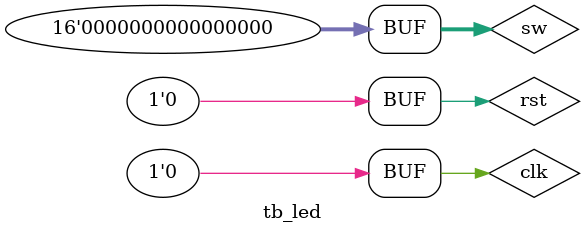
<source format=v>
`timescale  1ns / 1ps

module tb_led;

// led Parameters
parameter PERIOD  = 10;


// led Inputs
reg   clk                                  = 0 ;
reg   rst                                  = 0 ;
reg   [15:0]  sw                           = 0 ;

// led Outputs
wire  [15:0]  ledr                         ;
wire  [7:0]  seg0                          ;





led  u_led (
    .clk                     ( clk          ),
    .rst                     ( rst          ),
    .sw                      ( sw    [15:0] ),

    .ledr                    ( ledr  [15:0] ),
    .seg0                    ( seg0  [7:0]  )
);

initial
begin
    sw[7:0]<=
    $finish;
end

endmodule
</source>
